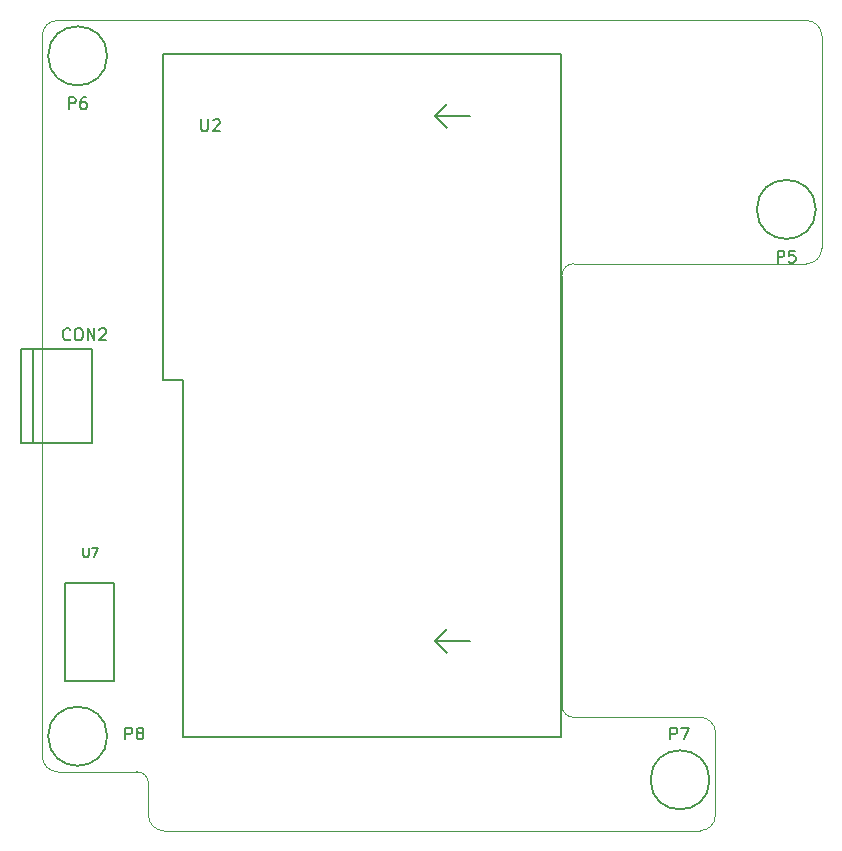
<source format=gto>
G04 (created by PCBNEW (2013-07-07 BZR 4022)-stable) date 20/03/2014 14:12:02*
%MOIN*%
G04 Gerber Fmt 3.4, Leading zero omitted, Abs format*
%FSLAX34Y34*%
G01*
G70*
G90*
G04 APERTURE LIST*
%ADD10C,0.00590551*%
%ADD11C,0.000393701*%
G04 APERTURE END LIST*
G54D10*
G54D11*
X42173Y-51606D02*
X42173Y-27590D01*
X42173Y-27590D02*
G75*
G02X42685Y-27078I511J0D01*
G74*
G01*
X45716Y-52511D02*
X45716Y-53574D01*
X42685Y-52118D02*
X45322Y-52118D01*
X67645Y-27078D02*
X42685Y-27078D01*
X68157Y-34677D02*
X68157Y-27590D01*
X59889Y-35188D02*
X67645Y-35188D01*
X59496Y-49913D02*
X59496Y-35582D01*
X64102Y-50307D02*
X59889Y-50307D01*
X64614Y-53574D02*
X64614Y-50818D01*
X46228Y-54086D02*
X64102Y-54086D01*
X45322Y-52118D02*
G75*
G02X45716Y-52511I0J-393D01*
G74*
G01*
X42685Y-52118D02*
G75*
G02X42173Y-51606I0J511D01*
G74*
G01*
X67645Y-27078D02*
G75*
G02X68157Y-27590I0J-511D01*
G74*
G01*
X68157Y-34678D02*
G75*
G02X67645Y-35188I-511J0D01*
G74*
G01*
X59496Y-35581D02*
G75*
G02X59889Y-35188I393J0D01*
G74*
G01*
X59889Y-50307D02*
G75*
G02X59496Y-49913I0J393D01*
G74*
G01*
X64103Y-50307D02*
G75*
G02X64614Y-50818I0J-511D01*
G74*
G01*
X64614Y-53575D02*
G75*
G02X64102Y-54086I-511J0D01*
G74*
G01*
X46227Y-54086D02*
G75*
G02X45716Y-53574I0J511D01*
G74*
G01*
G54D10*
X44338Y-50937D02*
G75*
G03X44338Y-50937I-984J0D01*
G74*
G01*
X64417Y-52393D02*
G75*
G03X64417Y-52393I-984J0D01*
G74*
G01*
X44338Y-28259D02*
G75*
G03X44338Y-28259I-984J0D01*
G74*
G01*
X67960Y-33377D02*
G75*
G03X67960Y-33377I-984J0D01*
G74*
G01*
X46854Y-50956D02*
X46854Y-39066D01*
X46854Y-39066D02*
X46204Y-39066D01*
X59452Y-28200D02*
X59452Y-50956D01*
X59452Y-50956D02*
X46854Y-50956D01*
X46204Y-39066D02*
X46204Y-28200D01*
X46204Y-28200D02*
X59452Y-28200D01*
X55259Y-30267D02*
X55653Y-29874D01*
X55259Y-30267D02*
X55653Y-30661D01*
X55259Y-30267D02*
X56440Y-30267D01*
X55259Y-47767D02*
X55653Y-47374D01*
X55259Y-47767D02*
X55653Y-48161D01*
X55259Y-47767D02*
X56440Y-47767D01*
X41858Y-38023D02*
X41464Y-38023D01*
X41464Y-38023D02*
X41464Y-41173D01*
X41464Y-41173D02*
X41858Y-41173D01*
X41858Y-38023D02*
X41858Y-41173D01*
X41858Y-41173D02*
X43846Y-41173D01*
X43846Y-41173D02*
X43846Y-38023D01*
X43846Y-38023D02*
X41858Y-38023D01*
X44574Y-45838D02*
X44574Y-49106D01*
X44574Y-49106D02*
X42921Y-49106D01*
X42921Y-49106D02*
X42921Y-45838D01*
X42921Y-45838D02*
X44574Y-45838D01*
X44945Y-51045D02*
X44945Y-50651D01*
X45095Y-50651D01*
X45133Y-50670D01*
X45151Y-50688D01*
X45170Y-50726D01*
X45170Y-50782D01*
X45151Y-50820D01*
X45133Y-50838D01*
X45095Y-50857D01*
X44945Y-50857D01*
X45395Y-50820D02*
X45358Y-50801D01*
X45339Y-50782D01*
X45320Y-50745D01*
X45320Y-50726D01*
X45339Y-50688D01*
X45358Y-50670D01*
X45395Y-50651D01*
X45470Y-50651D01*
X45508Y-50670D01*
X45526Y-50688D01*
X45545Y-50726D01*
X45545Y-50745D01*
X45526Y-50782D01*
X45508Y-50801D01*
X45470Y-50820D01*
X45395Y-50820D01*
X45358Y-50838D01*
X45339Y-50857D01*
X45320Y-50895D01*
X45320Y-50970D01*
X45339Y-51007D01*
X45358Y-51026D01*
X45395Y-51045D01*
X45470Y-51045D01*
X45508Y-51026D01*
X45526Y-51007D01*
X45545Y-50970D01*
X45545Y-50895D01*
X45526Y-50857D01*
X45508Y-50838D01*
X45470Y-50820D01*
X63114Y-51045D02*
X63114Y-50651D01*
X63264Y-50651D01*
X63302Y-50670D01*
X63321Y-50688D01*
X63339Y-50726D01*
X63339Y-50782D01*
X63321Y-50820D01*
X63302Y-50838D01*
X63264Y-50857D01*
X63114Y-50857D01*
X63471Y-50651D02*
X63733Y-50651D01*
X63564Y-51045D01*
X43063Y-30033D02*
X43063Y-29639D01*
X43213Y-29639D01*
X43251Y-29658D01*
X43269Y-29677D01*
X43288Y-29714D01*
X43288Y-29770D01*
X43269Y-29808D01*
X43251Y-29827D01*
X43213Y-29845D01*
X43063Y-29845D01*
X43626Y-29639D02*
X43551Y-29639D01*
X43513Y-29658D01*
X43494Y-29677D01*
X43457Y-29733D01*
X43438Y-29808D01*
X43438Y-29958D01*
X43457Y-29995D01*
X43476Y-30014D01*
X43513Y-30033D01*
X43588Y-30033D01*
X43626Y-30014D01*
X43644Y-29995D01*
X43663Y-29958D01*
X43663Y-29864D01*
X43644Y-29827D01*
X43626Y-29808D01*
X43588Y-29789D01*
X43513Y-29789D01*
X43476Y-29808D01*
X43457Y-29827D01*
X43438Y-29864D01*
X66685Y-35151D02*
X66685Y-34757D01*
X66835Y-34757D01*
X66873Y-34776D01*
X66892Y-34795D01*
X66910Y-34832D01*
X66910Y-34889D01*
X66892Y-34926D01*
X66873Y-34945D01*
X66835Y-34964D01*
X66685Y-34964D01*
X67266Y-34757D02*
X67079Y-34757D01*
X67060Y-34945D01*
X67079Y-34926D01*
X67116Y-34907D01*
X67210Y-34907D01*
X67248Y-34926D01*
X67266Y-34945D01*
X67285Y-34982D01*
X67285Y-35076D01*
X67266Y-35113D01*
X67248Y-35132D01*
X67210Y-35151D01*
X67116Y-35151D01*
X67079Y-35132D01*
X67060Y-35113D01*
X47475Y-30375D02*
X47475Y-30694D01*
X47494Y-30732D01*
X47513Y-30750D01*
X47550Y-30769D01*
X47625Y-30769D01*
X47663Y-30750D01*
X47681Y-30732D01*
X47700Y-30694D01*
X47700Y-30375D01*
X47869Y-30413D02*
X47888Y-30394D01*
X47925Y-30375D01*
X48019Y-30375D01*
X48056Y-30394D01*
X48075Y-30413D01*
X48094Y-30450D01*
X48094Y-30488D01*
X48075Y-30544D01*
X47850Y-30769D01*
X48094Y-30769D01*
X43104Y-37700D02*
X43085Y-37719D01*
X43029Y-37738D01*
X42992Y-37738D01*
X42935Y-37719D01*
X42898Y-37681D01*
X42879Y-37644D01*
X42860Y-37569D01*
X42860Y-37513D01*
X42879Y-37438D01*
X42898Y-37400D01*
X42935Y-37363D01*
X42992Y-37344D01*
X43029Y-37344D01*
X43085Y-37363D01*
X43104Y-37381D01*
X43348Y-37344D02*
X43423Y-37344D01*
X43460Y-37363D01*
X43498Y-37400D01*
X43517Y-37475D01*
X43517Y-37606D01*
X43498Y-37681D01*
X43460Y-37719D01*
X43423Y-37738D01*
X43348Y-37738D01*
X43310Y-37719D01*
X43273Y-37681D01*
X43254Y-37606D01*
X43254Y-37475D01*
X43273Y-37400D01*
X43310Y-37363D01*
X43348Y-37344D01*
X43685Y-37738D02*
X43685Y-37344D01*
X43910Y-37738D01*
X43910Y-37344D01*
X44079Y-37381D02*
X44098Y-37363D01*
X44135Y-37344D01*
X44229Y-37344D01*
X44266Y-37363D01*
X44285Y-37381D01*
X44304Y-37419D01*
X44304Y-37456D01*
X44285Y-37513D01*
X44060Y-37738D01*
X44304Y-37738D01*
X43539Y-44655D02*
X43539Y-44910D01*
X43554Y-44940D01*
X43569Y-44955D01*
X43599Y-44970D01*
X43659Y-44970D01*
X43689Y-44955D01*
X43704Y-44940D01*
X43719Y-44910D01*
X43719Y-44655D01*
X43839Y-44655D02*
X44049Y-44655D01*
X43914Y-44970D01*
M02*

</source>
